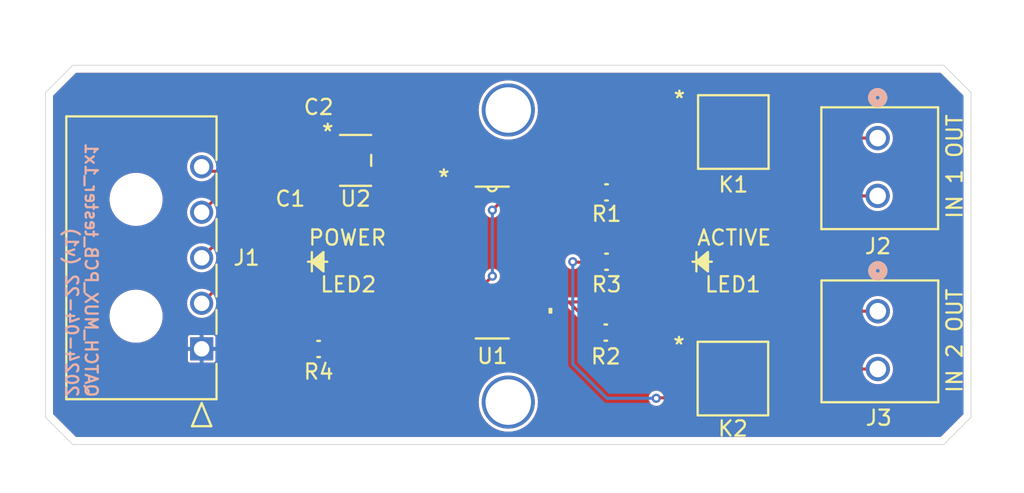
<source format=kicad_pcb>
(kicad_pcb (version 20240108) (generator "pcbnew") (generator_version "8.0")
  (title_block (title "MUX PCB Tester 1x1") (date "2024-04-19") (rev "1") (company "QATCH Technologies LLC") (comment 1 "Author: Alexander J. Ross"))
  (layers (0 "F.Cu" signal) (31 "B.Cu" signal) (34 "B.Paste" user) (35 "F.Paste" user) (36 "B.SilkS" user "B.Silkscreen") (37 "F.SilkS" user "F.Silkscreen") (38 "B.Mask" user) (39 "F.Mask" user) (44 "Edge.Cuts" user))
  (net 0 "")
  (net 1 "Net-(U1-*G2A)")
  (net 2 "Net-(U2-EN)")
  (net 3 "Net-(U1-G1)")
  (net 4 "Net-(U1-B)")
  (net 5 "Net-(U1-A)")
  (net 6 "Net-(U1-C)")
  (net 7 "Net-(J2-Pad2)")
  (net 8 "Net-(J2-Pad1)")
  (net 9 "Net-(J3-Pad1)")
  (net 10 "Net-(J3-Pad2)")
  (net 11 "Net-(U1-Y1)")
  (net 12 "Net-(K1-Pad1)")
  (net 13 "Net-(K2-Pad1)")
  (net 14 "Net-(LED1-Pad1)")
  (net 15 "Net-(LED2-Pad1)")
  (footprint "Relay_SMD:C226S_COT" (layer "F.Cu") (at 153.332 91.2)
    (property "Reference" "K1" (at 0 3.47 0) (layer "F.SilkS"))
    (property "Value" "C226S")
    (fp_line (start -2.3241 -2.4257) (end -2.3241 2.4257) (stroke (width 0.1524)) (layer "F.SilkS"))
    (fp_line (start -2.3241 2.4257) (end 2.3241 2.4257) (stroke (width 0.1524)) (layer "F.SilkS"))
    (fp_line (start 2.3241 -2.4257) (end -2.3241 -2.4257) (stroke (width 0.1524)) (layer "F.SilkS"))
    (fp_line (start 2.3241 2.4257) (end 2.3241 -2.4257) (stroke (width 0.1524)) (layer "F.SilkS"))
    (fp_text user "*" (at -3.556 -2.18 0) (layer "F.SilkS"))
    (pad "1" smd rect (at -3.302 -1.27) (size 1.2192 0.4572) (layers "F.Cu" "F.Paste" "F.Mask") (net 12 "Net-(K1-Pad1)"))
    (pad "2" smd rect (at -3.302 1.27) (size 1.2192 0.4572) (layers "F.Cu" "F.Paste" "F.Mask") (net 11 "Net-(U1-Y1)"))
    (pad "3" smd rect (at 3.302 1.27) (size 1.2192 0.4572) (layers "F.Cu" "F.Paste" "F.Mask") (net 7 "Net-(J2-Pad2)"))
    (pad "4" smd rect (at 3.302 -1.27) (size 1.2192 0.4572) (layers "F.Cu" "F.Paste" "F.Mask") (net 8 "Net-(J2-Pad1)"))
  )
  (footprint "Capacitor_SMD:YAG_CC0603_YAG" (layer "F.Cu") (at 128.723 89.56)
    (property "Reference" "C2" (at -2.723 0 0) (layer "F.SilkS"))
    (property "Value" "1uF")
    (pad "1" smd rect (at -0.7239 0) (size 0.9652 0.9144) (layers "F.Cu" "F.Paste" "F.Mask") (net 1 "Net-(U1-*G2A)"))
    (pad "2" smd rect (at 0.7239 0) (size 0.9652 0.9144) (layers "F.Cu" "F.Paste" "F.Mask") (net 3 "Net-(U1-G1)"))
    (zone (net 0) (net_name "") (layer "F.Cu") (connect_pads (clearance 0)) (min_thickness 0.254)
      (keepout (tracks not_allowed) (vias not_allowed) (pads allowed) (copperpour not_allowed) (footprints allowed))
      (fill (thermal_gap 0.508) (thermal_bridge_width 0.508))
      (polygon (pts (xy 128.5325 89.1536) (xy 128.9135 89.1536) (xy 128.9135 89.9664) (xy 128.5325 89.9664)))
    )
  )
  (footprint "Connector:CON_436500500_MOL" (layer "F.Cu") (at 118.29 105.49 -90)
    (property "Reference" "J1" (at -5.999996 -2.96 0) (layer "F.SilkS"))
    (property "Value" "436500500")
    (fp_line (start -15.319997 8.92) (end 3.320004 8.92) (stroke (width 0.1524)) (layer "F.SilkS"))
    (fp_line (start 3.320004 8.92) (end 3.320004 -0.980001) (stroke (width 0.1524)) (layer "F.SilkS"))
    (fp_line (start 5.098004 0.635) (end 3.574004 0) (stroke (width 0.1524)) (layer "F.SilkS"))
    (fp_line (start 3.574004 0) (end 5.098004 -0.635) (stroke (width 0.1524)) (layer "F.SilkS"))
    (fp_line (start 5.098004 -0.635) (end 5.098004 0.635) (stroke (width 0.1524)) (layer "F.SilkS"))
    (fp_line (start -15.319997 -0.980001) (end -15.319997 8.92) (stroke (width 0.1524)) (layer "F.SilkS"))
    (fp_line (start -12.447886 -0.980001) (end -15.319997 -0.980001) (stroke (width 0.1524)) (layer "F.SilkS"))
    (fp_line (start -9.447887 -0.980001) (end -11.552107 -0.980001) (stroke (width 0.1524)) (layer "F.SilkS"))
    (fp_line (start -6.447888 -0.980001) (end -8.552107 -0.980001) (stroke (width 0.1524)) (layer "F.SilkS"))
    (fp_line (start -3.447889 -0.980001) (end -5.552108 -0.980001) (stroke (width 0.1524)) (layer "F.SilkS"))
    (fp_line (start -0.988924 -0.980001) (end -2.552109 -0.980001) (stroke (width 0.1524)) (layer "F.SilkS"))
    (fp_line (start 3.320004 -0.980001) (end 0.988924 -0.980001) (stroke (width 0.1524)) (layer "F.SilkS"))
    (pad "" np_thru_hole circle (at -9.849998 4.319999 270) (size 2.999999 2.999999) (drill 2.999999) (layers "*.Cu" "*.Mask"))
    (pad "" np_thru_hole circle (at -2.150014 4.319999 270) (size 2.999999 2.999999) (drill 2.999999) (layers "*.Cu" "*.Mask"))
    (pad "1" thru_hole rect (at 0 0 270) (size 1.52 1.52) (drill 1.02) (layers "*.Cu" "*.Mask") (net 1 "Net-(U1-*G2A)"))
    (pad "2" thru_hole circle (at -2.999999 0 270) (size 1.52 1.52) (drill 1.02) (layers "*.Cu" "*.Mask") (net 6 "Net-(U1-C)"))
    (pad "3" thru_hole circle (at -5.999998 0 270) (size 1.52 1.52) (drill 1.02) (layers "*.Cu" "*.Mask") (net 4 "Net-(U1-B)"))
    (pad "4" thru_hole circle (at -8.999997 0 270) (size 1.52 1.52) (drill 1.02) (layers "*.Cu" "*.Mask") (net 5 "Net-(U1-A)"))
    (pad "5" thru_hole circle (at -11.999996 0 270) (size 1.52 1.52) (drill 1.02) (layers "*.Cu" "*.Mask") (net 2 "Net-(U2-EN)"))
  )
  (footprint "Converter_DCDC:SOT-23-5_MC_MCH" (layer "F.Cu") (at 128.4346 93.07)
    (property "Reference" "U2" (at 0 2.53 0) (layer "F.SilkS"))
    (property "Value" "MIC5504" (hide yes))
    (fp_line (start -1.0287 1.6764) (end 1.0287 1.6764) (stroke (width 0.1524)) (layer "F.SilkS"))
    (fp_line (start 1.0287 -1.6764) (end -1.0287 -1.6764) (stroke (width 0.1524)) (layer "F.SilkS"))
    (fp_line (start 1.0287 0.363261) (end 1.0287 -0.363261) (stroke (width 0.1524)) (layer "F.SilkS"))
    (fp_text user "*" (at -1.8346 -1.87 0) (layer "F.SilkS"))
    (pad "1" smd rect (at -1.2954 -0.950001) (size 1.3208 0.508) (layers "F.Cu" "F.Paste" "F.Mask") (net 2 "Net-(U2-EN)"))
    (pad "2" smd rect (at -1.2954 0) (size 1.3208 0.508) (layers "F.Cu" "F.Paste" "F.Mask") (net 1 "Net-(U1-*G2A)"))
    (pad "3" smd rect (at -1.2954 0.950001) (size 1.3208 0.508) (layers "F.Cu" "F.Paste" "F.Mask") (net 2 "Net-(U2-EN)"))
    (pad "4" smd rect (at 1.2954 0.950001) (size 1.3208 0.508) (layers "F.Cu" "F.Paste" "F.Mask"))
    (pad "5" smd rect (at 1.2954 -0.950001) (size 1.3208 0.508) (layers "F.Cu" "F.Paste" "F.Mask") (net 3 "Net-(U1-G1)"))
  )
  (footprint "Connector_Phoenix_SPT:CONN_1727010" (layer "F.Cu") (at 162.854 106.9824 -90)
    (property "Reference" "J3" (at 3.057597 -0.06 0) (layer "F.SilkS"))
    (property "Value" "1727010" (hide yes))
    (fp_circle (center -6.634401 0) (end -6.253401 0) (stroke (width 0.508)) (fill none) (layer "B.SilkS"))
    (fp_line (start -5.999401 3.712799) (end 2.026999 3.712799) (stroke (width 0.1524)) (layer "F.SilkS"))
    (fp_line (start 2.026999 3.712799) (end 2.026999 -3.983401) (stroke (width 0.1524)) (layer "F.SilkS"))
    (fp_line (start -5.999401 -3.983401) (end -5.999401 3.712799) (stroke (width 0.1524)) (layer "F.SilkS"))
    (fp_line (start 2.026999 -3.983401) (end -5.999401 -3.983401) (stroke (width 0.1524)) (layer "F.SilkS"))
    (fp_circle (center -6.634401 0) (end -6.253401 0) (stroke (width 0.508)) (fill none) (layer "F.SilkS"))
    (pad "1" thru_hole circle (at -3.972403 0 270) (size 1.6002 1.6002) (drill 1.0922) (layers "*.Cu" "*.Mask") (net 9 "Net-(J3-Pad1)"))
    (pad "2" thru_hole circle (at -0.162403 0 270) (size 1.6002 1.6002) (drill 1.0922) (layers "*.Cu" "*.Mask") (net 10 "Net-(J3-Pad2)"))
  )
  (footprint "LED_SMD:LED_SMD_XZCM_1P6X0P8_SLD" (layer "F.Cu") (at 127.9539 99.75)
    (property "Reference" "LED2" (at 0 1.5 0) (layer "F.SilkS"))
    (property "Value" "XZCM2CRK53WA-8VF" (hide yes))
    (fp_line (start -2.4003 -0.635) (end -2.4003 0.635) (stroke (width 0.1524)) (layer "F.SilkS"))
    (fp_line (start -2.4003 0) (end -1.6383 -0.635) (stroke (width 0.1524)) (layer "F.SilkS"))
    (fp_line (start -2.4003 0) (end -1.6383 -0.508) (stroke (width 0.1524)) (layer "F.SilkS"))
    (fp_line (start -2.4003 0) (end -1.6383 -0.381) (stroke (width 0.1524)) (layer "F.SilkS"))
    (fp_line (start -2.4003 0) (end -1.6383 -0.254) (stroke (width 0.1524)) (layer "F.SilkS"))
    (fp_line (start -2.4003 0) (end -1.6383 -0.127) (stroke (width 0.1524)) (layer "F.SilkS"))
    (fp_line (start -2.4003 0) (end -1.6383 0.127) (stroke (width 0.1524)) (layer "F.SilkS"))
    (fp_line (start -2.4003 0) (end -1.6383 0.254) (stroke (width 0.1524)) (layer "F.SilkS"))
    (fp_line (start -2.4003 0) (end -1.6383 0.381) (stroke (width 0.1524)) (layer "F.SilkS"))
    (fp_line (start -2.4003 0) (end -1.6383 0.508) (stroke (width 0.1524)) (layer "F.SilkS"))
    (fp_line (start -2.4003 0) (end -1.6383 0.635) (stroke (width 0.1524)) (layer "F.SilkS"))
    (fp_line (start -1.6383 -0.635) (end -1.6383 0.635) (stroke (width 0.1524)) (layer "F.SilkS"))
    (fp_line (start -1.3843 0) (end -2.6543 0) (stroke (width 0.1524)) (layer "F.SilkS"))
    (pad "1" smd rect (at -0.5461 0 90) (size 0.762 0.9652) (layers "F.Cu" "F.Paste" "F.Mask") (net 15 "Net-(LED2-Pad1)") (clearance 0.127))
    (pad "2" smd rect (at 0.5461 0 90) (size 0.762 0.9652) (layers "F.Cu" "F.Paste" "F.Mask") (net 3 "Net-(U1-G1)") (clearance 0.127))
    (zone (net 0) (net_name "") (layer "F.Cu") (connect_pads (clearance 0)) (min_thickness 0.254)
      (keepout (tracks not_allowed) (vias not_allowed) (pads allowed) (copperpour not_allowed) (footprints allowed))
      (fill (thermal_gap 0.508) (thermal_bridge_width 0.508))
      (polygon (pts (xy 127.1284 99.3309) (xy 128.7794 99.3309) (xy 128.7794 99.3182) (xy 127.1284 99.3182)))
    )
    (zone (net 0) (net_name "") (layer "F.Cu") (connect_pads (clearance 0)) (min_thickness 0.254)
      (keepout (tracks not_allowed) (vias not_allowed) (pads allowed) (copperpour not_allowed) (footprints allowed))
      (fill (thermal_gap 0.508) (thermal_bridge_width 0.508))
      (polygon (pts (xy 127.1284 100.1818) (xy 128.7794 100.1818) (xy 128.7794 100.1691) (xy 127.1284 100.1691)))
    )
    (zone (net 0) (net_name "") (layer "F.Cu") (connect_pads (clearance 0)) (min_thickness 0.254)
      (keepout (tracks not_allowed) (vias not_allowed) (pads allowed) (copperpour not_allowed) (footprints allowed))
      (fill (thermal_gap 0.508) (thermal_bridge_width 0.508))
      (polygon (pts (xy 127.9412 99.3182) (xy 127.9666 99.3182) (xy 127.9666 100.1818) (xy 127.9412 100.1818)))
    )
  )
  (footprint "Resistor_SMD:RC0603N_YAG" (layer "F.Cu") (at 144.9253 104.42)
    (property "Reference" "R2" (at 0 1.58 0) (layer "F.SilkS"))
    (property "Value" "470")
    (fp_line (start -0.08615 0.5334) (end 0.08615 0.5334) (stroke (width 0.1524)) (layer "F.SilkS"))
    (fp_line (start 0.08615 -0.5334) (end -0.08615 -0.5334) (stroke (width 0.1524)) (layer "F.SilkS"))
    (pad "1" smd rect (at -0.7747 0) (size 0.762 0.8128) (layers "F.Cu" "F.Paste" "F.Mask") (net 3 "Net-(U1-G1)"))
    (pad "2" smd rect (at 0.7747 0) (size 0.762 0.8128) (layers "F.Cu" "F.Paste" "F.Mask") (net 13 "Net-(K2-Pad1)"))
    (zone (net 0) (net_name "") (layer "F.Cu") (connect_pads (clearance 0)) (min_thickness 0.254)
      (keepout (tracks not_allowed) (vias not_allowed) (pads allowed) (copperpour not_allowed) (footprints allowed))
      (fill (thermal_gap 0.508) (thermal_bridge_width 0.508))
      (polygon (pts (xy 144.5824 104.0644) (xy 145.2682 104.0644) (xy 145.2682 104.7756) (xy 144.5824 104.7756)))
    )
  )
  (footprint "Decoder:D16" (layer "F.Cu") (at 137.4422 99.805)
    (property "Reference" "U1" (at 0.0078 6.165 0) (layer "F.SilkS"))
    (property "Value" "CD74AC138M96" (hide yes))
    (fp_line (start -1.089303 5.0038) (end 1.089303 5.0038) (stroke (width 0.1524)) (layer "F.SilkS"))
    (fp_line (start 1.089303 -5.0038) (end -1.089303 -5.0038) (stroke (width 0.1524)) (layer "F.SilkS"))
    (fp_arc (start 0.3048 -5.0038) (mid 0 -4.699) (end -0.3048 -5.0038) (stroke (width 0.1524)) (layer "F.SilkS"))
    (fp_poly (pts (xy 3.9624 2.9845) (xy 3.9624 3.3655) (xy 3.7084 3.3655) (xy 3.7084 2.9845)) (fill solid) (layer "F.SilkS"))
    (pad "1" smd rect (at -2.3622 -4.445) (size 2.1844 0.5588) (layers "F.Cu" "F.Paste" "F.Mask") (net 5 "Net-(U1-A)"))
    (pad "2" smd rect (at -2.3622 -3.175) (size 2.1844 0.5588) (layers "F.Cu" "F.Paste" "F.Mask") (net 4 "Net-(U1-B)"))
    (pad "3" smd rect (at -2.3622 -1.905) (size 2.1844 0.5588) (layers "F.Cu" "F.Paste" "F.Mask") (net 6 "Net-(U1-C)"))
    (pad "4" smd rect (at -2.3622 -0.635) (size 2.1844 0.5588) (layers "F.Cu" "F.Paste" "F.Mask") (net 1 "Net-(U1-*G2A)"))
    (pad "5" smd rect (at -2.3622 0.635) (size 2.1844 0.5588) (layers "F.Cu" "F.Paste" "F.Mask") (net 1 "Net-(U1-*G2A)"))
    (pad "6" smd rect (at -2.3622 1.905) (size 2.1844 0.5588) (layers "F.Cu" "F.Paste" "F.Mask") (net 3 "Net-(U1-G1)"))
    (pad "7" smd rect (at -2.3622 3.175) (size 2.1844 0.5588) (layers "F.Cu" "F.Paste" "F.Mask"))
    (pad "8" smd rect (at -2.3622 4.445) (size 2.1844 0.5588) (layers "F.Cu" "F.Paste" "F.Mask") (net 1 "Net-(U1-*G2A)"))
    (pad "9" smd rect (at 2.3622 4.445) (size 2.1844 0.5588) (layers "F.Cu" "F.Paste" "F.Mask"))
    (pad "10" smd rect (at 2.3622 3.175) (size 2.1844 0.5588) (layers "F.Cu" "F.Paste" "F.Mask"))
    (pad "11" smd rect (at 2.3622 1.905) (size 2.1844 0.5588) (layers "F.Cu" "F.Paste" "F.Mask"))
    (pad "12" smd rect (at 2.3622 0.635) (size 2.1844 0.5588) (layers "F.Cu" "F.Paste" "F.Mask"))
    (pad "13" smd rect (at 2.3622 -0.635) (size 2.1844 0.5588) (layers "F.Cu" "F.Paste" "F.Mask"))
    (pad "14" smd rect (at 2.3622 -1.905) (size 2.1844 0.5588) (layers "F.Cu" "F.Paste" "F.Mask") (net 11 "Net-(U1-Y1)"))
    (pad "15" smd rect (at 2.3622 -3.175) (size 2.1844 0.5588) (layers "F.Cu" "F.Paste" "F.Mask"))
    (pad "16" smd rect (at 2.3622 -4.445) (size 2.1844 0.5588) (layers "F.Cu" "F.Paste" "F.Mask") (net 3 "Net-(U1-G1)"))
  )
  (footprint "Connector_Phoenix_SPT:CONN_1727010" (layer "F.Cu") (at 162.844 95.572403 -90)
    (property "Reference" "J2" (at 3.16 -0.02 0) (layer "F.SilkS"))
    (property "Value" "1727010" (hide yes))
    (fp_circle (center -6.634401 0) (end -6.253401 0) (stroke (width 0.508)) (fill none) (layer "B.SilkS"))
    (fp_line (start -5.999401 3.712799) (end 2.026999 3.712799) (stroke (width 0.1524)) (layer "F.SilkS"))
    (fp_line (start 2.026999 3.712799) (end 2.026999 -3.983401) (stroke (width 0.1524)) (layer "F.SilkS"))
    (fp_line (start -5.999401 -3.983401) (end -5.999401 3.712799) (stroke (width 0.1524)) (layer "F.SilkS"))
    (fp_line (start 2.026999 -3.983401) (end -5.999401 -3.983401) (stroke (width 0.1524)) (layer "F.SilkS"))
    (fp_circle (center -6.634401 0) (end -6.253401 0) (stroke (width 0.508)) (fill none) (layer "F.SilkS"))
    (pad "1" thru_hole circle (at -3.972403 0 270) (size 1.6002 1.6002) (drill 1.0922) (layers "*.Cu" "*.Mask") (net 8 "Net-(J2-Pad1)"))
    (pad "2" thru_hole circle (at -0.162403 0 270) (size 1.6002 1.6002) (drill 1.0922) (layers "*.Cu" "*.Mask") (net 7 "Net-(J2-Pad2)"))
  )
  (footprint "Capacitor_SMD:YAG_CC0603_YAG" (layer "F.Cu") (at 124.13 93.0661 90)
    (property "Reference" "C1" (at -2.5339 0 0) (layer "F.SilkS"))
    (property "Value" "1uF")
    (pad "1" smd rect (at -0.7239 0 90) (size 0.9652 0.9144) (layers "F.Cu" "F.Paste" "F.Mask") (net 2 "Net-(U2-EN)"))
    (pad "2" smd rect (at 0.7239 0 90) (size 0.9652 0.9144) (layers "F.Cu" "F.Paste" "F.Mask") (net 1 "Net-(U1-*G2A)"))
    (zone (net 0) (net_name "") (layer "F.Cu") (connect_pads (clearance 0)) (min_thickness 0.254)
      (keepout (tracks not_allowed) (vias not_allowed) (pads allowed) (copperpour not_allowed) (footprints allowed))
      (fill (thermal_gap 0.508) (thermal_bridge_width 0.508))
      (polygon (pts (xy 123.7236 93.2566) (xy 123.7236 92.8756) (xy 124.5364 92.8756) (xy 124.5364 93.2566)))
    )
  )
  (footprint "Resistor_SMD:RC0603N_YAG" (layer "F.Cu") (at 126 105.5)
    (property "Reference" "R4" (at 0 1.5 0) (layer "F.SilkS"))
    (property "Value" "750")
    (fp_line (start -0.08615 0.5334) (end 0.08615 0.5334) (stroke (width 0.1524)) (layer "F.SilkS"))
    (fp_line (start 0.08615 -0.5334) (end -0.08615 -0.5334) (stroke (width 0.1524)) (layer "F.SilkS"))
    (pad "1" smd rect (at -0.7747 0) (size 0.762 0.8128) (layers "F.Cu" "F.Paste" "F.Mask") (net 1 "Net-(U1-*G2A)"))
    (pad "2" smd rect (at 0.7747 0) (size 0.762 0.8128) (layers "F.Cu" "F.Paste" "F.Mask") (net 15 "Net-(LED2-Pad1)"))
    (zone (net 0) (net_name "") (layer "F.Cu") (connect_pads (clearance 0)) (min_thickness 0.254)
      (keepout (tracks not_allowed) (vias not_allowed) (pads allowed) (copperpour not_allowed) (footprints allowed))
      (fill (thermal_gap 0.508) (thermal_bridge_width 0.508))
      (polygon (pts (xy 125.6571 105.1444) (xy 126.3429 105.1444) (xy 126.3429 105.8556) (xy 125.6571 105.8556)))
    )
  )
  (footprint "Resistor_SMD:RC0603N_YAG" (layer "F.Cu") (at 144.9753 99.75)
    (property "Reference" "R3" (at 0 1.5 0) (layer "F.SilkS"))
    (property "Value" "750")
    (fp_line (start -0.08615 0.5334) (end 0.08615 0.5334) (stroke (width 0.1524)) (layer "F.SilkS"))
    (fp_line (start 0.08615 -0.5334) (end -0.08615 -0.5334) (stroke (width 0.1524)) (layer "F.SilkS"))
    (pad "1" smd rect (at -0.7747 0) (size 0.762 0.8128) (layers "F.Cu" "F.Paste" "F.Mask") (net 11 "Net-(U1-Y1)"))
    (pad "2" smd rect (at 0.7747 0) (size 0.762 0.8128) (layers "F.Cu" "F.Paste" "F.Mask") (net 14 "Net-(LED1-Pad1)"))
    (zone (net 0) (net_name "") (layer "F.Cu") (connect_pads (clearance 0)) (min_thickness 0.254)
      (keepout (tracks not_allowed) (vias not_allowed) (pads allowed) (copperpour not_allowed) (footprints allowed))
      (fill (thermal_gap 0.508) (thermal_bridge_width 0.508))
      (polygon (pts (xy 144.6324 99.3944) (xy 145.3182 99.3944) (xy 145.3182 100.1056) (xy 144.6324 100.1056)))
    )
  )
  (footprint "Relay_SMD:C226S_COT" (layer "F.Cu") (at 153.304 107.45)
    (property "Reference" "K2" (at 0 3.3 0) (layer "F.SilkS"))
    (property "Value" "C226S")
    (fp_line (start -2.3241 -2.4257) (end -2.3241 2.4257) (stroke (width 0.1524)) (layer "F.SilkS"))
    (fp_line (start -2.3241 2.4257) (end 2.3241 2.4257) (stroke (width 0.1524)) (layer "F.SilkS"))
    (fp_line (start 2.3241 -2.4257) (end -2.3241 -2.4257) (stroke (width 0.1524)) (layer "F.SilkS"))
    (fp_line (start 2.3241 2.4257) (end 2.3241 -2.4257) (stroke (width 0.1524)) (layer "F.SilkS"))
    (fp_text user "*" (at -3.556 -2.2 0) (layer "F.SilkS"))
    (pad "1" smd rect (at -3.302 -1.27) (size 1.2192 0.4572) (layers "F.Cu" "F.Paste" "F.Mask") (net 13 "Net-(K2-Pad1)"))
    (pad "2" smd rect (at -3.302 1.27) (size 1.2192 0.4572) (layers "F.Cu" "F.Paste" "F.Mask") (net 11 "Net-(U1-Y1)"))
    (pad "3" smd rect (at 3.302 1.27) (size 1.2192 0.4572) (layers "F.Cu" "F.Paste" "F.Mask") (net 10 "Net-(J3-Pad2)"))
    (pad "4" smd rect (at 3.302 -1.27) (size 1.2192 0.4572) (layers "F.Cu" "F.Paste" "F.Mask") (net 9 "Net-(J3-Pad1)"))
  )
  (footprint "LED_SMD:LED_SMD_XZCM_1P6X0P8_SLD" (layer "F.Cu") (at 153.2961 99.75)
    (property "Reference" "LED1" (at 0 1.5 0) (layer "F.SilkS"))
    (property "Value" "XZCM2CRK53WA-8VF" (hide yes))
    (fp_line (start -2.4003 -0.635) (end -2.4003 0.635) (stroke (width 0.1524)) (layer "F.SilkS"))
    (fp_line (start -2.4003 0) (end -1.6383 -0.635) (stroke (width 0.1524)) (layer "F.SilkS"))
    (fp_line (start -2.4003 0) (end -1.6383 -0.508) (stroke (width 0.1524)) (layer "F.SilkS"))
    (fp_line (start -2.4003 0) (end -1.6383 -0.381) (stroke (width 0.1524)) (layer "F.SilkS"))
    (fp_line (start -2.4003 0) (end -1.6383 -0.254) (stroke (width 0.1524)) (layer "F.SilkS"))
    (fp_line (start -2.4003 0) (end -1.6383 -0.127) (stroke (width 0.1524)) (layer "F.SilkS"))
    (fp_line (start -2.4003 0) (end -1.6383 0.127) (stroke (width 0.1524)) (layer "F.SilkS"))
    (fp_line (start -2.4003 0) (end -1.6383 0.254) (stroke (width 0.1524)) (layer "F.SilkS"))
    (fp_line (start -2.4003 0) (end -1.6383 0.381) (stroke (width 0.1524)) (layer "F.SilkS"))
    (fp_line (start -2.4003 0) (end -1.6383 0.508) (stroke (width 0.1524)) (layer "F.SilkS"))
    (fp_line (start -2.4003 0) (end -1.6383 0.635) (stroke (width 0.1524)) (layer "F.SilkS"))
    (fp_line (start -1.6383 -0.635) (end -1.6383 0.635) (stroke (width 0.1524)) (layer "F.SilkS"))
    (fp_line (start -1.3843 0) (end -2.6543 0) (stroke (width 0.1524)) (layer "F.SilkS"))
    (pad "1" smd rect (at -0.5461 0 90) (size 0.762 0.9652) (layers "F.Cu" "F.Paste" "F.Mask") (net 14 "Net-(LED1-Pad1)") (clearance 0.127))
    (pad "2" smd rect (at 0.5461 0 90) (size 0.762 0.9652) (layers "F.Cu" "F.Paste" "F.Mask") (net 3 "Net-(U1-G1)") (clearance 0.127))
    (zone (net 0) (net_name "") (layer "F.Cu") (connect_pads (clearance 0)) (min_thickness 0.254)
      (keepout (tracks not_allowed) (vias not_allowed) (pads allowed) (copperpour not_allowed) (footprints allowed))
      (fill (thermal_gap 0.508) (thermal_bridge_width 0.508))
      (polygon (pts (xy 152.4706 99.3309) (xy 154.1216 99.3309) (xy 154.1216 99.3182) (xy 152.4706 99.3182)))
    )
    (zone (net 0) (net_name "") (layer "F.Cu") (connect_pads (clearance 0)) (min_thickness 0.254)
      (keepout (tracks not_allowed) (vias not_allowed) (pads allowed) (copperpour not_allowed) (footprints allowed))
      (fill (thermal_gap 0.508) (thermal_bridge_width 0.508))
      (polygon (pts (xy 152.4706 100.1818) (xy 154.1216 100.1818) (xy 154.1216 100.1691) (xy 152.4706 100.1691)))
    )
    (zone (net 0) (net_name "") (layer "F.Cu") (connect_pads (clearance 0)) (min_thickness 0.254)
      (keepout (tracks not_allowed) (vias not_allowed) (pads allowed) (copperpour not_allowed) (footprints allowed))
      (fill (thermal_gap 0.508) (thermal_bridge_width 0.508))
      (polygon (pts (xy 153.2834 99.3182) (xy 153.3088 99.3182) (xy 153.3088 100.1818) (xy 153.2834 100.1818)))
    )
  )
  (footprint "Resistor_SMD:RC0603N_YAG" (layer "F.Cu") (at 144.9747 95.18)
    (property "Reference" "R1" (at 0 1.42 0) (layer "F.SilkS"))
    (property "Value" "470")
    (fp_line (start -0.08615 0.5334) (end 0.08615 0.5334) (stroke (width 0.1524)) (layer "F.SilkS"))
    (fp_line (start 0.08615 -0.5334) (end -0.08615 -0.5334) (stroke (width 0.1524)) (layer "F.SilkS"))
    (pad "1" smd rect (at -0.7747 0) (size 0.762 0.8128) (layers "F.Cu" "F.Paste" "F.Mask") (net 3 "Net-(U1-G1)"))
    (pad "2" smd rect (at 0.7747 0) (size 0.762 0.8128) (layers "F.Cu" "F.Paste" "F.Mask") (net 12 "Net-(K1-Pad1)"))
    (zone (net 0) (net_name "") (layer "F.Cu") (connect_pads (clearance 0)) (min_thickness 0.254)
      (keepout (tracks not_allowed) (vias not_allowed) (pads allowed) (copperpour not_allowed) (footprints allowed))
      (fill (thermal_gap 0.508) (thermal_bridge_width 0.508))
      (polygon (pts (xy 144.6318 94.8244) (xy 145.3176 94.8244) (xy 145.3176 95.5356) (xy 144.6318 95.5356)))
    )
  )
  (gr_line (start 167.2 86.8) (end 169 88.6) (stroke (width 0.05)) (layer "Edge.Cuts"))
  (gr_line (start 169 88.6) (end 169 110) (stroke (width 0.05)) (layer "Edge.Cuts"))
  (gr_line (start 108 88.6) (end 109.8 86.8) (stroke (width 0.05)) (layer "Edge.Cuts"))
  (gr_line (start 109.8 111.8) (end 108 110) (stroke (width 0.05)) (layer "Edge.Cuts"))
  (gr_line (start 169 110) (end 167.2 111.8) (stroke (width 0.05)) (layer "Edge.Cuts"))
  (gr_line (start 109.8 86.8) (end 167.2 86.8) (stroke (width 0.05)) (layer "Edge.Cuts"))
  (gr_line (start 167.2 111.8) (end 109.8 111.8) (stroke (width 0.05)) (layer "Edge.Cuts"))
  (gr_line (start 108 110) (end 108 88.6) (stroke (width 0.05)) (layer "Edge.Cuts"))
  (gr_text "QATCH_MUX_PCB_tester_1x1\n2024-04-22 (v1)" (at 109.25 108.75 270) (layer "B.SilkS") (effects (font (size 0.8 0.8)) (justify left bottom mirror)))
  (gr_text "POWER" (at 125.25 98.75 0) (layer "F.SilkS") (effects (font (size 1 1)) (justify left bottom)))
  (gr_text "IN 2 OUT" (at 168.5 108.48 90) (layer "F.SilkS") (effects (font (size 1 1)) (justify left bottom)))
  (gr_text "*" (at 134.25 94.21 0) (layer "F.SilkS") (effects (font (size 1 1))))
  (gr_text "IN 1 OUT" (at 168.5 97 90) (layer "F.SilkS") (effects (font (size 1 1)) (justify left bottom)))
  (gr_text "ACTIVE" (at 150.864 98.75 0) (layer "F.SilkS") (effects (font (size 1 1)) (justify left bottom)))
  (via (at 138.5 109) (size 3.5) (drill 3) (layers "F.Cu" "B.Cu") (net 0))
  (via (at 138.5 89.75) (size 3.5) (drill 3) (layers "F.Cu" "B.Cu") (net 0))
  (segment (start 118.29 105.49) (end 118.29 105.4401) (width 0.2) (layer "F.Cu") (net 1))
  (segment (start 118.29 105.4401) (end 118.29 105.3902) (width 0.2) (layer "F.Cu") (net 1))
  (segment (start 118.29 105.34) (end 118.29 105.3902) (width 0.2) (layer "F.Cu") (net 1))
  (segment (start 124.13 93.79) (end 125.9471 93.79) (width 0.2) (layer "F.Cu") (net 2))
  (segment (start 125.9471 93.79) (end 126.1771 94.02) (width 0.2) (layer "F.Cu") (net 2))
  (segment (start 118.29 93.49) (end 118.59 93.79) (width 0.2) (layer "F.Cu") (net 2))
  (segment (start 127.1392 94.02) (end 126.1771 94.02) (width 0.2) (layer "F.Cu") (net 2))
  (segment (start 118.59 93.79) (end 124.13 93.79) (width 0.2) (layer "F.Cu") (net 2))
  (segment (start 127.1392 94.02) (end 128.1013 94.02) (width 0.2) (layer "F.Cu") (net 2))
  (segment (start 127.1392 92.12) (end 128.1013 92.12) (width 0.2) (layer "F.Cu") (net 2))
  (segment (start 128.1013 94.02) (end 128.1013 92.12) (width 0.2) (layer "F.Cu") (net 2))
  (segment (start 135.08 101.71) (end 131.21025 101.71) (width 0.2) (layer "F.Cu") (net 3))
  (segment (start 137.1628 102.3989) (end 136.4739 101.71) (width 0.2) (layer "F.Cu") (net 3))
  (segment (start 129.4469 91.836899) (end 129.73 92.119999) (width 0.2) (layer "F.Cu") (net 3))
  (segment (start 154.2216 100.127678) (end 154.2216 100.223222) (width 0.2) (layer "F.Cu") (net 3))
  (segment (start 131.21025 101.71) (end 129.25025 99.75) (width 0.2) (layer "F.Cu") (net 3))
  (segment (start 137.45 96.35) (end 138.4105 95.3895) (width 0.2) (layer "F.Cu") (net 3))
  (segment (start 137.45 100.7) (end 136.4739 101.6761) (width 0.2) (layer "F.Cu") (net 3))
  (segment (start 139.8044 95.36) (end 138.4105 95.36) (width 0.2) (layer "F.Cu") (net 3))
  (segment (start 138.4105 95.36) (end 135.1705 92.12) (width 0.2) (layer "F.Cu") (net 3))
  (segment (start 140.5014 95.36) (end 141.1983 95.36) (width 0.2) (layer "F.Cu") (net 3))
  (segment (start 153.843922 99.75) (end 154.2216 100.127678) (width 0.2) (layer "F.Cu") (net 3))
  (segment (start 141.3783 95.18) (end 141.1983 95.36) (width 0.2) (layer "F.Cu") (net 3))
  (segment (start 144.2 95.18) (end 141.3783 95.18) (width 0.2) (layer "F.Cu") (net 3))
  (segment (start 144.25 104.3206) (end 144.1506 104.42) (width 0.2) (layer "F.Cu") (net 3))
  (segment (start 140.5014 95.36) (end 139.8044 95.36) (width 0.2) (layer "F.Cu") (net 3))
  (segment (start 129.4469 89.56) (end 129.4469 91.836899) (width 0.2) (layer "F.Cu") (net 3))
  (segment (start 152.045922 102.3989) (end 142.4836 102.3989) (width 0.2) (layer "F.Cu") (net 3))
  (segment (start 142.4836 102.3989) (end 137.1628 102.3989) (width 0.2) (layer "F.Cu") (net 3))
  (segment (start 144.1506 104.42) (end 144.1506 104.0659) (width 0.2) (layer "F.Cu") (net 3))
  (segment (start 144.1506 104.0659) (end 142.4836 102.3989) (width 0.2) (layer "F.Cu") (net 3))
  (segment (start 154.2216 100.223222) (end 152.045922 102.3989) (width 0.2) (layer "F.Cu") (net 3))
  (segment (start 129.73 92.119999) (end 135.1705 92.12) (width 0.2) (layer "F.Cu") (net 3))
  (segment (start 136.4739 101.6761) (end 136.4739 101.71) (width 0.2) (layer "F.Cu") (net 3))
  (segment (start 135.08 101.71) (end 136.4739 101.71) (width 0.2) (layer "F.Cu") (net 3))
  (segment (start 129.25025 99.75) (end 128.5 99.75) (width 0.2) (layer "F.Cu") (net 3))
  (segment (start 138.4105 95.3895) (end 138.4105 95.36) (width 0.2) (layer "F.Cu") (net 3))
  (segment (start 153.8422 99.75) (end 153.843922 99.75) (width 0.2) (layer "F.Cu") (net 3))
  (via (at 137.45 100.7) (size 0.6) (drill 0.3) (layers "F.Cu" "B.Cu") (net 3))
  (via (at 137.45 96.35) (size 0.6) (drill 0.3) (layers "F.Cu" "B.Cu") (net 3))
  (segment (start 137.45 100.7) (end 137.45 96.35) (width 0.2) (layer "B.Cu") (net 3))
  (segment (start 118.29 99.49) (end 121.15 96.63) (width 0.2) (layer "F.Cu") (net 4))
  (segment (start 121.15 96.63) (end 135.08 96.63) (width 0.2) (layer "F.Cu") (net 4))
  (segment (start 118.29 96.49) (end 119.42 95.36) (width 0.2) (layer "F.Cu") (net 5))
  (segment (start 119.42 95.36) (end 135.08 95.36) (width 0.2) (layer "F.Cu") (net 5))
  (segment (start 118.29 102.49) (end 122.88 97.9) (width 0.2) (layer "F.Cu") (net 6))
  (segment (start 122.88 97.9) (end 135.08 97.9) (width 0.2) (layer "F.Cu") (net 6))
  (segment (start 160.9053 95.41) (end 162.844 95.41) (width 0.2) (layer "F.Cu") (net 7))
  (segment (start 160.9053 95.41) (end 157.9653 92.47) (width 0.2) (layer "F.Cu") (net 7))
  (segment (start 157.9653 92.47) (end 156.634 92.47) (width 0.2) (layer "F.Cu") (net 7))
  (segment (start 159.6353 91.6) (end 162.844 91.6) (width 0.2) (layer "F.Cu") (net 8))
  (segment (start 157.9653 89.93) (end 156.634 89.93) (width 0.2) (layer "F.Cu") (net 8))
  (segment (start 159.6353 91.6) (end 157.9653 89.93) (width 0.2) (layer "F.Cu") (net 8))
  (segment (start 160.6873 103.01) (end 157.5173 106.18) (width 0.2) (layer "F.Cu") (net 9))
  (segment (start 162.854 103.01) (end 160.6873 103.01) (width 0.2) (layer "F.Cu") (net 9))
  (segment (start 156.606 106.18) (end 157.5173 106.18) (width 0.2) (layer "F.Cu") (net 9))
  (segment (start 162.854 106.82) (end 159.4173 106.82) (width 0.2) (layer "F.Cu") (net 10))
  (segment (start 156.606 108.72) (end 157.5173 108.72) (width 0.2) (layer "F.Cu") (net 10))
  (segment (start 159.4173 106.82) (end 157.5173 108.72) (width 0.2) (layer "F.Cu") (net 10))
  (segment (start 143.8774 98.3691) (end 144.1309 98.3691) (width 0.2) (layer "F.Cu") (net 11))
  (segment (start 144.2006 99.75) (end 144.2006 98.4388) (width 0.2) (layer "F.Cu") (net 11))
  (segment (start 142.78 99.78) (end 142.75 99.75) (width 0.2) (layer "F.Cu") (net 11))
  (segment (start 148.28 108.72) (end 148.25 108.75) (width 0.2) (layer "F.Cu") (net 11))
  (segment (start 139.8044 97.9) (end 141.1983 97.9) (width 0.2) (layer "F.Cu") (net 11))
  (segment (start 150.002 108.72) (end 148.28 108.72) (width 0.2) (layer "F.Cu") (net 11))
  (segment (start 141.6674 98.3691) (end 141.1983 97.9) (width 0.2) (layer "F.Cu") (net 11))
  (segment (start 144.1309 98.3691) (end 150.03 92.47) (width 0.2) (layer "F.Cu") (net 11))
  (segment (start 144.2006 99.78) (end 142.78 99.78) (width 0.2) (layer "F.Cu") (net 11))
  (segment (start 143.8774 98.3691) (end 141.6674 98.3691) (width 0.2) (layer "F.Cu") (net 11))
  (segment (start 144.2006 98.4388) (end 144.1309 98.3691) (width 0.2) (layer "F.Cu") (net 11))
  (via (at 142.75 99.75) (size 0.6) (drill 0.3) (layers "F.Cu" "B.Cu") (net 11))
  (via (at 148.25 108.75) (size 0.6) (drill 0.3) (layers "F.Cu" "B.Cu") (net 11))
  (segment (start 145 108.75) (end 148.25 108.75) (width 0.2) (layer "B.Cu") (net 11))
  (segment (start 142.75 99.75) (end 142.75 106.5) (width 0.2) (layer "B.Cu") (net 11))
  (segment (start 142.75 106.5) (end 145 108.75) (width 0.2) (layer "B.Cu") (net 11))
  (segment (start 148.75 92.8621) (end 148.75 91.21) (width 0.2) (layer "F.Cu") (net 12))
  (segment (start 145.7494 95.18) (end 146.4321 95.18) (width 0.2) (layer "F.Cu") (net 12))
  (segment (start 146.4321 95.18) (end 148.75 92.8621) (width 0.2) (layer "F.Cu") (net 12))
  (segment (start 148.75 91.21) (end 150.03 89.93) (width 0.2) (layer "F.Cu") (net 12))
  (segment (start 145.7 104.42) (end 146.3827 104.42) (width 0.2) (layer "F.Cu") (net 13))
  (segment (start 148.1427 106.18) (end 146.3827 104.42) (width 0.2) (layer "F.Cu") (net 13))
  (segment (start 150.002 106.18) (end 148.1427 106.18) (width 0.2) (layer "F.Cu") (net 13))
  (segment (start 145.75 99.75) (end 152.75 99.75) (width 0.2) (layer "F.Cu") (net 14))
  (segment (start 126.7747 105.5) (end 126.7747 100.381378) (width 0.2) (layer "F.Cu") (net 15))
  (segment (start 127.406078 99.75) (end 127.4078 99.75) (width 0.2) (layer "F.Cu") (net 15))
  (segment (start 126.71025 105.41085) (end 126.7994 105.5) (width 0.2) (layer "F.Cu") (net 15))
  (segment (start 126.7747 100.381378) (end 127.406078 99.75) (width 0.2) (layer "F.Cu") (net 15))
  (zone (net 1) (net_name "Net-(U1-*G2A)") (layer "F.Cu") (name "GND") (connect_pads (clearance 0.05)) (min_thickness 0.05) (fill yes (thermal_gap 0.15) (thermal_bridge_width 0.25))
    (polygon (pts (xy 105.46 83.75) (xy 171.5 83.75) (xy 171.5 114.23) (xy 105.46 114.23)))
  )
  (zone (net 1) (net_name "Net-(U1-*G2A)") (layer "B.Cu") (name "GND") (priority 1) (connect_pads (clearance 0.05)) (min_thickness 0.05) (fill yes (thermal_gap 0.15) (thermal_bridge_width 0.25))
    (polygon (pts (xy 105 82.5) (xy 172.5 82.5) (xy 172.5 115) (xy 105 115)))
  )
)
</source>
